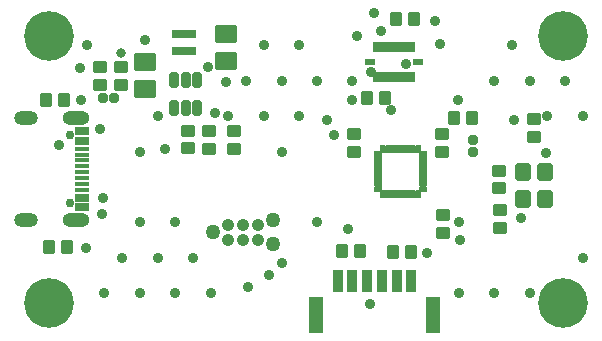
<source format=gbr>
%TF.GenerationSoftware,Altium Limited,Altium Designer,25.7.1 (20)*%
G04 Layer_Color=8388736*
%FSLAX45Y45*%
%MOMM*%
%TF.SameCoordinates,8071C31C-8A66-4455-A033-DC46DB2AE162*%
%TF.FilePolarity,Negative*%
%TF.FileFunction,Soldermask,Top*%
%TF.Part,Single*%
G01*
G75*
%TA.AperFunction,SMDPad,CuDef*%
%ADD26R,2.00000X0.70000*%
%TA.AperFunction,BGAPad,CuDef*%
%ADD40C,1.06620*%
%TA.AperFunction,TestPad*%
G04:AMPARAMS|DCode=41|XSize=0.4mm|YSize=1.25mm|CornerRadius=0.0875mm|HoleSize=0mm|Usage=FLASHONLY|Rotation=270.000|XOffset=0mm|YOffset=0mm|HoleType=Round|Shape=RoundedRectangle|*
%AMROUNDEDRECTD41*
21,1,0.40000,1.07500,0,0,270.0*
21,1,0.22500,1.25000,0,0,270.0*
1,1,0.17500,-0.53750,-0.11250*
1,1,0.17500,-0.53750,0.11250*
1,1,0.17500,0.53750,0.11250*
1,1,0.17500,0.53750,-0.11250*
%
%ADD41ROUNDEDRECTD41*%
G04:AMPARAMS|DCode=42|XSize=0.7mm|YSize=1.25mm|CornerRadius=0.125mm|HoleSize=0mm|Usage=FLASHONLY|Rotation=270.000|XOffset=0mm|YOffset=0mm|HoleType=Round|Shape=RoundedRectangle|*
%AMROUNDEDRECTD42*
21,1,0.70000,1.00000,0,0,270.0*
21,1,0.45000,1.25000,0,0,270.0*
1,1,0.25000,-0.50000,-0.22500*
1,1,0.25000,-0.50000,0.22500*
1,1,0.25000,0.50000,0.22500*
1,1,0.25000,0.50000,-0.22500*
%
%ADD42ROUNDEDRECTD42*%
%TA.AperFunction,ConnectorPad*%
G04:AMPARAMS|DCode=43|XSize=1.0032mm|YSize=1.2032mm|CornerRadius=0.2016mm|HoleSize=0mm|Usage=FLASHONLY|Rotation=180.000|XOffset=0mm|YOffset=0mm|HoleType=Round|Shape=RoundedRectangle|*
%AMROUNDEDRECTD43*
21,1,1.00320,0.80000,0,0,180.0*
21,1,0.60000,1.20320,0,0,180.0*
1,1,0.40320,-0.30000,0.40000*
1,1,0.40320,0.30000,0.40000*
1,1,0.40320,0.30000,-0.40000*
1,1,0.40320,-0.30000,-0.40000*
%
%ADD43ROUNDEDRECTD43*%
%TA.AperFunction,SMDPad,CuDef*%
G04:AMPARAMS|DCode=44|XSize=0.8032mm|YSize=0.9032mm|CornerRadius=0.1766mm|HoleSize=0mm|Usage=FLASHONLY|Rotation=0.000|XOffset=0mm|YOffset=0mm|HoleType=Round|Shape=RoundedRectangle|*
%AMROUNDEDRECTD44*
21,1,0.80320,0.55000,0,0,0.0*
21,1,0.45000,0.90320,0,0,0.0*
1,1,0.35320,0.22500,-0.27500*
1,1,0.35320,-0.22500,-0.27500*
1,1,0.35320,-0.22500,0.27500*
1,1,0.35320,0.22500,0.27500*
%
%ADD44ROUNDEDRECTD44*%
G04:AMPARAMS|DCode=45|XSize=1.0032mm|YSize=1.2032mm|CornerRadius=0.2016mm|HoleSize=0mm|Usage=FLASHONLY|Rotation=270.000|XOffset=0mm|YOffset=0mm|HoleType=Round|Shape=RoundedRectangle|*
%AMROUNDEDRECTD45*
21,1,1.00320,0.80000,0,0,270.0*
21,1,0.60000,1.20320,0,0,270.0*
1,1,0.40320,-0.40000,-0.30000*
1,1,0.40320,-0.40000,0.30000*
1,1,0.40320,0.40000,0.30000*
1,1,0.40320,0.40000,-0.30000*
%
%ADD45ROUNDEDRECTD45*%
G04:AMPARAMS|DCode=46|XSize=0.8032mm|YSize=1.4032mm|CornerRadius=0.1766mm|HoleSize=0mm|Usage=FLASHONLY|Rotation=180.000|XOffset=0mm|YOffset=0mm|HoleType=Round|Shape=RoundedRectangle|*
%AMROUNDEDRECTD46*
21,1,0.80320,1.05000,0,0,180.0*
21,1,0.45000,1.40320,0,0,180.0*
1,1,0.35320,-0.22500,0.52500*
1,1,0.35320,0.22500,0.52500*
1,1,0.35320,0.22500,-0.52500*
1,1,0.35320,-0.22500,-0.52500*
%
%ADD46ROUNDEDRECTD46*%
G04:AMPARAMS|DCode=47|XSize=1.6032mm|YSize=1.9032mm|CornerRadius=0.2766mm|HoleSize=0mm|Usage=FLASHONLY|Rotation=270.000|XOffset=0mm|YOffset=0mm|HoleType=Round|Shape=RoundedRectangle|*
%AMROUNDEDRECTD47*
21,1,1.60320,1.35000,0,0,270.0*
21,1,1.05000,1.90320,0,0,270.0*
1,1,0.55320,-0.67500,-0.52500*
1,1,0.55320,-0.67500,0.52500*
1,1,0.55320,0.67500,0.52500*
1,1,0.55320,0.67500,-0.52500*
%
%ADD47ROUNDEDRECTD47*%
G04:AMPARAMS|DCode=48|XSize=1.0032mm|YSize=1.2032mm|CornerRadius=0.2016mm|HoleSize=0mm|Usage=FLASHONLY|Rotation=0.000|XOffset=0mm|YOffset=0mm|HoleType=Round|Shape=RoundedRectangle|*
%AMROUNDEDRECTD48*
21,1,1.00320,0.80000,0,0,0.0*
21,1,0.60000,1.20320,0,0,0.0*
1,1,0.40320,0.30000,-0.40000*
1,1,0.40320,-0.30000,-0.40000*
1,1,0.40320,-0.30000,0.40000*
1,1,0.40320,0.30000,0.40000*
%
%ADD48ROUNDEDRECTD48*%
%TA.AperFunction,ConnectorPad*%
%ADD49R,0.85320X1.90320*%
%ADD50R,1.20320X3.10320*%
%TA.AperFunction,SMDPad,CuDef*%
G04:AMPARAMS|DCode=51|XSize=0.8032mm|YSize=0.9032mm|CornerRadius=0.1766mm|HoleSize=0mm|Usage=FLASHONLY|Rotation=270.000|XOffset=0mm|YOffset=0mm|HoleType=Round|Shape=RoundedRectangle|*
%AMROUNDEDRECTD51*
21,1,0.80320,0.55000,0,0,270.0*
21,1,0.45000,0.90320,0,0,270.0*
1,1,0.35320,-0.27500,-0.22500*
1,1,0.35320,-0.27500,0.22500*
1,1,0.35320,0.27500,0.22500*
1,1,0.35320,0.27500,-0.22500*
%
%ADD51ROUNDEDRECTD51*%
G04:AMPARAMS|DCode=52|XSize=1.5032mm|YSize=1.3032mm|CornerRadius=0.1566mm|HoleSize=0mm|Usage=FLASHONLY|Rotation=90.000|XOffset=0mm|YOffset=0mm|HoleType=Round|Shape=RoundedRectangle|*
%AMROUNDEDRECTD52*
21,1,1.50320,0.99000,0,0,90.0*
21,1,1.19000,1.30320,0,0,90.0*
1,1,0.31320,0.49500,0.59500*
1,1,0.31320,0.49500,-0.59500*
1,1,0.31320,-0.49500,-0.59500*
1,1,0.31320,-0.49500,0.59500*
%
%ADD52ROUNDEDRECTD52*%
%ADD53R,0.50320X0.95320*%
%ADD54R,0.95320X0.50320*%
%ADD55R,0.45320X0.50320*%
%ADD56R,0.50320X0.45320*%
%ADD57R,0.75320X0.50320*%
%ADD58R,0.50320X0.75320*%
%TA.AperFunction,ComponentPad*%
%ADD59C,1.27020*%
%TA.AperFunction,TestPad*%
%ADD60O,2.30320X1.20320*%
%ADD61C,0.75000*%
%ADD62O,2.00320X1.20320*%
%TA.AperFunction,ViaPad*%
%ADD63C,4.20320*%
%ADD64C,0.90320*%
%ADD65C,0.80320*%
G36*
X636334Y-144866D02*
X637646Y-145126D01*
X638912Y-145556D01*
X640111Y-146148D01*
X641222Y-146890D01*
X642228Y-147772D01*
X643109Y-148777D01*
X643852Y-149889D01*
X644444Y-151088D01*
X644873Y-152354D01*
X645134Y-153666D01*
X645222Y-155000D01*
Y-170500D01*
X645134Y-171834D01*
X644873Y-173146D01*
X644659Y-173779D01*
X644444Y-174412D01*
X643852Y-175611D01*
X643109Y-176723D01*
X642228Y-177728D01*
X627727Y-192228D01*
X626722Y-193110D01*
X625611Y-193852D01*
X624412Y-194444D01*
X623146Y-194873D01*
X621834Y-195134D01*
X620500Y-195222D01*
X585000D01*
X583666Y-195134D01*
X582354Y-194873D01*
X581088Y-194444D01*
X579889Y-193852D01*
X578777Y-193109D01*
X577772Y-192228D01*
X576890Y-191222D01*
X576148Y-190111D01*
X575556Y-188911D01*
X575126Y-187646D01*
X574865Y-186334D01*
X574778Y-185000D01*
Y-155000D01*
X574865Y-153666D01*
X575126Y-152354D01*
X575556Y-151088D01*
X576148Y-149889D01*
X576890Y-148777D01*
X577772Y-147772D01*
X578777Y-146890D01*
X579889Y-146148D01*
X581088Y-145556D01*
X582354Y-145126D01*
X583666Y-144866D01*
X585000Y-144778D01*
X635000D01*
X636334Y-144866D01*
D02*
G37*
G36*
X666334Y-174866D02*
X667646Y-175126D01*
X668912Y-175556D01*
X670111Y-176148D01*
X671222Y-176890D01*
X672228Y-177772D01*
X673109Y-178777D01*
X673852Y-179889D01*
X674444Y-181088D01*
X674873Y-182354D01*
X675134Y-183666D01*
X675222Y-185000D01*
Y-235000D01*
X675134Y-236334D01*
X674873Y-237646D01*
X674444Y-238912D01*
X673852Y-240111D01*
X673109Y-241223D01*
X672228Y-242228D01*
X671222Y-243109D01*
X670111Y-243852D01*
X668912Y-244444D01*
X667646Y-244874D01*
X666334Y-245134D01*
X665000Y-245222D01*
X635000D01*
X633666Y-245134D01*
X632354Y-244874D01*
X631088Y-244444D01*
X629889Y-243852D01*
X628778Y-243109D01*
X627772Y-242228D01*
X626891Y-241223D01*
X626148Y-240111D01*
X625556Y-238912D01*
X625127Y-237646D01*
X624866Y-236334D01*
X624778Y-235000D01*
Y-199500D01*
X624866Y-198166D01*
X625127Y-196854D01*
X625556Y-195588D01*
X626148Y-194389D01*
X626890Y-193277D01*
X627772Y-192272D01*
X642272Y-177772D01*
X643277Y-176890D01*
X644389Y-176147D01*
X645588Y-175556D01*
X646221Y-175341D01*
X646854Y-175126D01*
X648166Y-174866D01*
X649500Y-174778D01*
X665000D01*
X666334Y-174866D01*
D02*
G37*
G36*
Y205134D02*
X667646Y204874D01*
X668912Y204444D01*
X670111Y203852D01*
X671222Y203110D01*
X672228Y202228D01*
X673109Y201223D01*
X673852Y200111D01*
X674444Y198912D01*
X674873Y197646D01*
X675134Y196334D01*
X675222Y195000D01*
Y145000D01*
X675134Y143666D01*
X674873Y142354D01*
X674444Y141088D01*
X673852Y139889D01*
X673109Y138777D01*
X672228Y137772D01*
X671222Y136891D01*
X670111Y136148D01*
X668912Y135556D01*
X667646Y135126D01*
X666334Y134866D01*
X665000Y134778D01*
X649500D01*
X648166Y134866D01*
X646854Y135126D01*
X646221Y135341D01*
X645588Y135556D01*
X644389Y136148D01*
X643277Y136891D01*
X642272Y137772D01*
X627772Y152272D01*
X626890Y153278D01*
X626148Y154389D01*
X625556Y155588D01*
X625127Y156854D01*
X624866Y158166D01*
X624778Y159500D01*
Y195000D01*
X624866Y196334D01*
X625127Y197646D01*
X625556Y198912D01*
X626148Y200111D01*
X626891Y201223D01*
X627772Y202228D01*
X628778Y203110D01*
X629889Y203852D01*
X631088Y204444D01*
X632354Y204874D01*
X633666Y205134D01*
X635000Y205222D01*
X665000D01*
X666334Y205134D01*
D02*
G37*
G36*
X621834Y155134D02*
X623146Y154873D01*
X624412Y154444D01*
X625611Y153852D01*
X626722Y153110D01*
X627727Y152228D01*
X642228Y137728D01*
X643109Y136723D01*
X643852Y135611D01*
X644444Y134412D01*
X644659Y133779D01*
X644873Y133146D01*
X645134Y131834D01*
X645222Y130500D01*
Y115000D01*
X645134Y113666D01*
X644873Y112354D01*
X644444Y111088D01*
X643852Y109889D01*
X643109Y108778D01*
X642228Y107772D01*
X641222Y106891D01*
X640111Y106148D01*
X638912Y105556D01*
X637646Y105127D01*
X636334Y104866D01*
X635000Y104778D01*
X585000D01*
X583666Y104866D01*
X582354Y105127D01*
X581088Y105556D01*
X579889Y106148D01*
X578777Y106891D01*
X577772Y107772D01*
X576890Y108778D01*
X576148Y109889D01*
X575556Y111088D01*
X575126Y112354D01*
X574865Y113666D01*
X574778Y115000D01*
Y145000D01*
X574865Y146334D01*
X575126Y147646D01*
X575556Y148912D01*
X576148Y150111D01*
X576890Y151222D01*
X577772Y152228D01*
X578777Y153109D01*
X579889Y153852D01*
X581088Y154444D01*
X582354Y154873D01*
X583666Y155134D01*
X585000Y155222D01*
X620500D01*
X621834Y155134D01*
D02*
G37*
G36*
X1016334Y-144866D02*
X1017646Y-145126D01*
X1018912Y-145556D01*
X1020111Y-146148D01*
X1021222Y-146890D01*
X1022228Y-147772D01*
X1023109Y-148777D01*
X1023852Y-149889D01*
X1024444Y-151088D01*
X1024873Y-152354D01*
X1025134Y-153666D01*
X1025222Y-155000D01*
Y-185000D01*
X1025134Y-186334D01*
X1024873Y-187646D01*
X1024444Y-188911D01*
X1023852Y-190111D01*
X1023109Y-191222D01*
X1022228Y-192228D01*
X1021222Y-193109D01*
X1020111Y-193852D01*
X1018912Y-194444D01*
X1017646Y-194873D01*
X1016334Y-195134D01*
X1015000Y-195222D01*
X979500D01*
X978166Y-195134D01*
X976854Y-194873D01*
X975588Y-194444D01*
X974389Y-193852D01*
X973277Y-193110D01*
X972272Y-192228D01*
X957772Y-177728D01*
X956890Y-176723D01*
X956147Y-175611D01*
X955556Y-174412D01*
X955341Y-173779D01*
X955126Y-173146D01*
X954866Y-171834D01*
X954778Y-170500D01*
Y-155000D01*
X954866Y-153666D01*
X955126Y-152354D01*
X955556Y-151088D01*
X956148Y-149889D01*
X956890Y-148777D01*
X957772Y-147772D01*
X958777Y-146890D01*
X959889Y-146148D01*
X961088Y-145556D01*
X962354Y-145126D01*
X963666Y-144866D01*
X965000Y-144778D01*
X1015000D01*
X1016334Y-144866D01*
D02*
G37*
G36*
X951834Y-174866D02*
X953146Y-175126D01*
X953779Y-175341D01*
X954412Y-175556D01*
X955611Y-176147D01*
X956723Y-176890D01*
X957728Y-177772D01*
X972228Y-192272D01*
X973110Y-193277D01*
X973852Y-194389D01*
X974444Y-195588D01*
X974873Y-196854D01*
X975134Y-198166D01*
X975222Y-199500D01*
Y-235000D01*
X975134Y-236334D01*
X974873Y-237646D01*
X974444Y-238912D01*
X973852Y-240111D01*
X973109Y-241223D01*
X972228Y-242228D01*
X971222Y-243109D01*
X970111Y-243852D01*
X968911Y-244444D01*
X967646Y-244874D01*
X966334Y-245134D01*
X965000Y-245222D01*
X935000D01*
X933666Y-245134D01*
X932354Y-244874D01*
X931088Y-244444D01*
X929889Y-243852D01*
X928777Y-243109D01*
X927772Y-242228D01*
X926890Y-241223D01*
X926148Y-240111D01*
X925556Y-238912D01*
X925126Y-237646D01*
X924866Y-236334D01*
X924778Y-235000D01*
Y-185000D01*
X924866Y-183666D01*
X925126Y-182354D01*
X925556Y-181088D01*
X926148Y-179889D01*
X926890Y-178777D01*
X927772Y-177772D01*
X928777Y-176890D01*
X929889Y-176148D01*
X931088Y-175556D01*
X932354Y-175126D01*
X933666Y-174866D01*
X935000Y-174778D01*
X950500D01*
X951834Y-174866D01*
D02*
G37*
G36*
X966334Y205134D02*
X967646Y204874D01*
X968911Y204444D01*
X970111Y203852D01*
X971222Y203110D01*
X972228Y202228D01*
X973109Y201223D01*
X973852Y200111D01*
X974444Y198912D01*
X974873Y197646D01*
X975134Y196334D01*
X975222Y195000D01*
Y159500D01*
X975134Y158166D01*
X974873Y156854D01*
X974444Y155588D01*
X973852Y154389D01*
X973110Y153278D01*
X972228Y152272D01*
X957728Y137772D01*
X956723Y136891D01*
X955611Y136148D01*
X954412Y135556D01*
X953779Y135341D01*
X953146Y135126D01*
X951834Y134866D01*
X950500Y134778D01*
X935000D01*
X933666Y134866D01*
X932354Y135126D01*
X931088Y135556D01*
X929889Y136148D01*
X928777Y136891D01*
X927772Y137772D01*
X926890Y138777D01*
X926148Y139889D01*
X925556Y141088D01*
X925126Y142354D01*
X924866Y143666D01*
X924778Y145000D01*
Y195000D01*
X924866Y196334D01*
X925126Y197646D01*
X925556Y198912D01*
X926148Y200111D01*
X926890Y201223D01*
X927772Y202228D01*
X928777Y203110D01*
X929889Y203852D01*
X931088Y204444D01*
X932354Y204874D01*
X933666Y205134D01*
X935000Y205222D01*
X965000D01*
X966334Y205134D01*
D02*
G37*
G36*
X1016334Y155134D02*
X1017646Y154873D01*
X1018912Y154444D01*
X1020111Y153852D01*
X1021222Y153109D01*
X1022228Y152228D01*
X1023109Y151222D01*
X1023852Y150111D01*
X1024444Y148912D01*
X1024873Y147646D01*
X1025134Y146334D01*
X1025222Y145000D01*
Y115000D01*
X1025134Y113666D01*
X1024873Y112354D01*
X1024444Y111088D01*
X1023852Y109889D01*
X1023109Y108778D01*
X1022228Y107772D01*
X1021222Y106891D01*
X1020111Y106148D01*
X1018912Y105556D01*
X1017646Y105127D01*
X1016334Y104866D01*
X1015000Y104778D01*
X965000D01*
X963666Y104866D01*
X962354Y105127D01*
X961088Y105556D01*
X959889Y106148D01*
X958777Y106891D01*
X957772Y107772D01*
X956890Y108778D01*
X956148Y109889D01*
X955556Y111088D01*
X955126Y112354D01*
X954866Y113666D01*
X954778Y115000D01*
Y130500D01*
X954866Y131834D01*
X955126Y133146D01*
X955341Y133779D01*
X955556Y134412D01*
X956147Y135611D01*
X956890Y136723D01*
X957772Y137728D01*
X972272Y152228D01*
X973277Y153110D01*
X974389Y153852D01*
X975588Y154444D01*
X976854Y154873D01*
X978166Y155134D01*
X979500Y155222D01*
X1015000D01*
X1016334Y155134D01*
D02*
G37*
D26*
X-1030000Y997500D02*
D03*
Y1142500D02*
D03*
D40*
X-533000Y-597000D02*
D03*
X-660000Y-470000D02*
D03*
X-533000D02*
D03*
X-406000D02*
D03*
X-660000Y-597000D02*
D03*
X-406000D02*
D03*
D41*
X-1894250Y-175000D02*
D03*
Y25000D02*
D03*
Y-25000D02*
D03*
Y-75000D02*
D03*
Y75000D02*
D03*
Y125000D02*
D03*
Y175000D02*
D03*
Y-125000D02*
D03*
D42*
Y-240000D02*
D03*
Y240000D02*
D03*
Y-320000D02*
D03*
Y320000D02*
D03*
D43*
X762500Y1275000D02*
D03*
X912500D02*
D03*
D44*
X-1722500Y600000D02*
D03*
X-1622500D02*
D03*
D45*
X-1570000Y712500D02*
D03*
X-1742500D02*
D03*
X1930000Y425000D02*
D03*
Y275000D02*
D03*
X-1570000Y862500D02*
D03*
X-997500Y327500D02*
D03*
Y177500D02*
D03*
X407500Y150000D02*
D03*
Y300000D02*
D03*
X-822500Y325000D02*
D03*
Y175000D02*
D03*
X1640000Y-495000D02*
D03*
Y-345000D02*
D03*
X-607500Y322500D02*
D03*
Y172500D02*
D03*
X1157500Y-387500D02*
D03*
Y-537500D02*
D03*
X1150000Y145000D02*
D03*
Y295000D02*
D03*
X1633000Y-12500D02*
D03*
Y-162500D02*
D03*
X-1742500Y862500D02*
D03*
D46*
X-1115000Y520000D02*
D03*
X-925000Y760000D02*
D03*
X-1115000D02*
D03*
X-1020000Y520000D02*
D03*
Y760000D02*
D03*
X-925000Y520000D02*
D03*
D47*
X-1367500Y683200D02*
D03*
Y911800D02*
D03*
X-680000Y1146800D02*
D03*
Y918200D02*
D03*
D48*
X665000Y600000D02*
D03*
X515000D02*
D03*
X735000Y-700000D02*
D03*
X885000D02*
D03*
X-2175000Y-657500D02*
D03*
X-2025000D02*
D03*
X455000Y-690000D02*
D03*
X305000D02*
D03*
X-2200000Y590000D02*
D03*
X-2050000D02*
D03*
X1402500Y432500D02*
D03*
X1252500D02*
D03*
D49*
X767500Y-950000D02*
D03*
X517500D02*
D03*
X267500D02*
D03*
X642500D02*
D03*
X892500D02*
D03*
X392500D02*
D03*
D50*
X82500Y-1230000D02*
D03*
X1077500D02*
D03*
D51*
X1412500Y147500D02*
D03*
Y247500D02*
D03*
D52*
X1835000Y-25000D02*
D03*
X2025000Y-255000D02*
D03*
Y-25000D02*
D03*
X1835000Y-255000D02*
D03*
D53*
X595000Y1037500D02*
D03*
X795000D02*
D03*
X895000Y777500D02*
D03*
X845000D02*
D03*
X745000D02*
D03*
X695000D02*
D03*
X645000D02*
D03*
X595000D02*
D03*
X695000Y1037500D02*
D03*
X795000Y777500D02*
D03*
X895000Y1037500D02*
D03*
X845000D02*
D03*
X645000D02*
D03*
X745000D02*
D03*
D54*
X950000Y907500D02*
D03*
X540000D02*
D03*
D55*
X650000Y175000D02*
D03*
X950000D02*
D03*
X650000Y-215000D02*
D03*
X950000D02*
D03*
D56*
X995000Y130000D02*
D03*
X605000D02*
D03*
X995000Y-170000D02*
D03*
X605000Y-170000D02*
D03*
D57*
X987500Y-70000D02*
D03*
Y30000D02*
D03*
Y80000D02*
D03*
X612500Y30000D02*
D03*
Y-70000D02*
D03*
Y-120000D02*
D03*
X987500Y-20000D02*
D03*
Y-120000D02*
D03*
X612500Y-20000D02*
D03*
Y80000D02*
D03*
D58*
X900000Y167500D02*
D03*
X850000D02*
D03*
X800000D02*
D03*
X750000D02*
D03*
X700000D02*
D03*
Y-207500D02*
D03*
X750000D02*
D03*
X800000D02*
D03*
X850000D02*
D03*
X900000D02*
D03*
D59*
X-787000Y-533500D02*
D03*
X-279000Y-431900D02*
D03*
Y-635100D02*
D03*
D60*
X-1951750Y-432000D02*
D03*
Y432000D02*
D03*
D61*
X-2001750Y289000D02*
D03*
Y-289000D02*
D03*
D62*
X-2369750Y432000D02*
D03*
Y-432000D02*
D03*
D63*
X2174500Y1132500D02*
D03*
X-2174500D02*
D03*
Y-1132500D02*
D03*
X2174500Y-1132500D02*
D03*
D64*
X-1720000Y-240000D02*
D03*
X-2092500Y202500D02*
D03*
X2192996Y749997D02*
D03*
X2342996Y449997D02*
D03*
Y-750003D02*
D03*
X1892996Y749997D02*
D03*
X2042996Y449997D02*
D03*
X1892996Y-1050002D02*
D03*
X1742997Y1049997D02*
D03*
X1592997Y749997D02*
D03*
Y-1050002D02*
D03*
X1292997Y-450003D02*
D03*
Y-1050002D02*
D03*
X392997Y749997D02*
D03*
X92997D02*
D03*
Y-450003D02*
D03*
X-57003Y1049997D02*
D03*
X-207003Y749997D02*
D03*
X-57003Y449997D02*
D03*
X-207003Y149997D02*
D03*
X-357003Y1049997D02*
D03*
X-507003Y749997D02*
D03*
X-357003Y449997D02*
D03*
X-657003D02*
D03*
X-807003Y-1050002D02*
D03*
X-1107003Y-450003D02*
D03*
X-957003Y-750003D02*
D03*
X-1107003Y-1050002D02*
D03*
X-1257003Y449997D02*
D03*
X-1407003Y149997D02*
D03*
Y-450003D02*
D03*
X-1257003Y-750003D02*
D03*
X-1407003Y-1050002D02*
D03*
X-1557002Y-750003D02*
D03*
X-1707002Y-1050002D02*
D03*
X-1857002Y1049997D02*
D03*
X-1865000Y-662500D02*
D03*
X-1730000Y-380000D02*
D03*
X-1742500Y340000D02*
D03*
X-1907500Y590000D02*
D03*
X-1917500Y857500D02*
D03*
X-1367500Y1092500D02*
D03*
X-675000Y742500D02*
D03*
X-827500Y862500D02*
D03*
X237500Y292500D02*
D03*
X387500Y590000D02*
D03*
X1760000Y417500D02*
D03*
X2035000Y140000D02*
D03*
X1822500Y-410000D02*
D03*
X1302500Y-595000D02*
D03*
X545000Y-1142500D02*
D03*
X-207500Y-792500D02*
D03*
X-772500Y480000D02*
D03*
X1087500Y1258800D02*
D03*
X1287500Y590000D02*
D03*
X1130000Y1062500D02*
D03*
X427500Y1125000D02*
D03*
X-1197500Y172500D02*
D03*
X637341Y1173393D02*
D03*
X577500Y1320000D02*
D03*
X352500Y-505000D02*
D03*
X180000Y417500D02*
D03*
X717500Y500000D02*
D03*
X847500Y892500D02*
D03*
X552500Y827500D02*
D03*
X1025000Y-712500D02*
D03*
X-492500Y-997500D02*
D03*
X-309987Y-897410D02*
D03*
D65*
X-1570000Y982500D02*
D03*
%TF.MD5,f65a4a2009bf9325adfe1ad3415760a6*%
M02*

</source>
